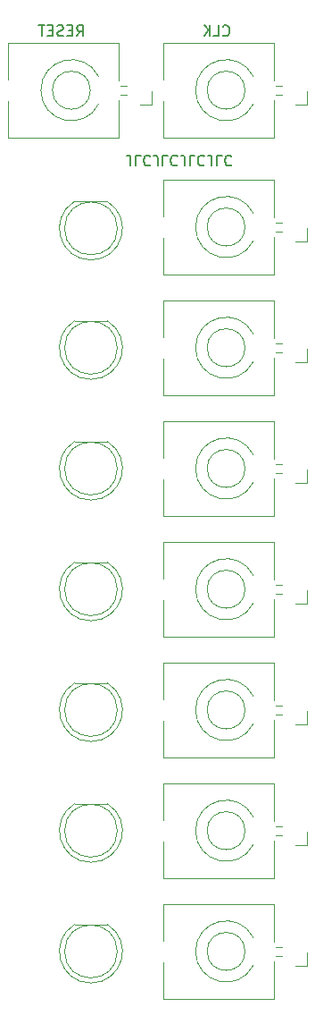
<source format=gbo>
G04 #@! TF.GenerationSoftware,KiCad,Pcbnew,(5.1.10)-1*
G04 #@! TF.CreationDate,2021-11-26T00:00:13+01:00*
G04 #@! TF.ProjectId,clockdiv,636c6f63-6b64-4697-962e-6b696361645f,rev?*
G04 #@! TF.SameCoordinates,Original*
G04 #@! TF.FileFunction,Legend,Bot*
G04 #@! TF.FilePolarity,Positive*
%FSLAX46Y46*%
G04 Gerber Fmt 4.6, Leading zero omitted, Abs format (unit mm)*
G04 Created by KiCad (PCBNEW (5.1.10)-1) date 2021-11-26 00:00:13*
%MOMM*%
%LPD*%
G01*
G04 APERTURE LIST*
%ADD10C,0.150000*%
%ADD11C,0.120000*%
G04 APERTURE END LIST*
D10*
X120094952Y-90209619D02*
X120094952Y-89495333D01*
X120047333Y-89352476D01*
X119952095Y-89257238D01*
X119809238Y-89209619D01*
X119714000Y-89209619D01*
X121047333Y-89209619D02*
X120571142Y-89209619D01*
X120571142Y-90209619D01*
X121952095Y-89304857D02*
X121904476Y-89257238D01*
X121761619Y-89209619D01*
X121666380Y-89209619D01*
X121523523Y-89257238D01*
X121428285Y-89352476D01*
X121380666Y-89447714D01*
X121333047Y-89638190D01*
X121333047Y-89781047D01*
X121380666Y-89971523D01*
X121428285Y-90066761D01*
X121523523Y-90162000D01*
X121666380Y-90209619D01*
X121761619Y-90209619D01*
X121904476Y-90162000D01*
X121952095Y-90114380D01*
X122666380Y-90209619D02*
X122666380Y-89495333D01*
X122618761Y-89352476D01*
X122523523Y-89257238D01*
X122380666Y-89209619D01*
X122285428Y-89209619D01*
X123618761Y-89209619D02*
X123142571Y-89209619D01*
X123142571Y-90209619D01*
X124523523Y-89304857D02*
X124475904Y-89257238D01*
X124333047Y-89209619D01*
X124237809Y-89209619D01*
X124094952Y-89257238D01*
X123999714Y-89352476D01*
X123952095Y-89447714D01*
X123904476Y-89638190D01*
X123904476Y-89781047D01*
X123952095Y-89971523D01*
X123999714Y-90066761D01*
X124094952Y-90162000D01*
X124237809Y-90209619D01*
X124333047Y-90209619D01*
X124475904Y-90162000D01*
X124523523Y-90114380D01*
X125237809Y-90209619D02*
X125237809Y-89495333D01*
X125190190Y-89352476D01*
X125094952Y-89257238D01*
X124952095Y-89209619D01*
X124856857Y-89209619D01*
X126190190Y-89209619D02*
X125714000Y-89209619D01*
X125714000Y-90209619D01*
X127094952Y-89304857D02*
X127047333Y-89257238D01*
X126904476Y-89209619D01*
X126809238Y-89209619D01*
X126666380Y-89257238D01*
X126571142Y-89352476D01*
X126523523Y-89447714D01*
X126475904Y-89638190D01*
X126475904Y-89781047D01*
X126523523Y-89971523D01*
X126571142Y-90066761D01*
X126666380Y-90162000D01*
X126809238Y-90209619D01*
X126904476Y-90209619D01*
X127047333Y-90162000D01*
X127094952Y-90114380D01*
X127809238Y-90209619D02*
X127809238Y-89495333D01*
X127761619Y-89352476D01*
X127666380Y-89257238D01*
X127523523Y-89209619D01*
X127428285Y-89209619D01*
X128761619Y-89209619D02*
X128285428Y-89209619D01*
X128285428Y-90209619D01*
X129666380Y-89304857D02*
X129618761Y-89257238D01*
X129475904Y-89209619D01*
X129380666Y-89209619D01*
X129237809Y-89257238D01*
X129142571Y-89352476D01*
X129094952Y-89447714D01*
X129047333Y-89638190D01*
X129047333Y-89781047D01*
X129094952Y-89971523D01*
X129142571Y-90066761D01*
X129237809Y-90162000D01*
X129380666Y-90209619D01*
X129475904Y-90209619D01*
X129618761Y-90162000D01*
X129666380Y-90114380D01*
D11*
G04 #@! TO.C,J2*
X118976000Y-87558000D02*
X108476000Y-87558000D01*
X118976000Y-78558000D02*
X108476000Y-78558000D01*
X108476000Y-78558000D02*
X108476000Y-82058000D01*
X108476000Y-84058000D02*
X108476000Y-87558000D01*
X118976000Y-78558000D02*
X118976000Y-82158000D01*
X118976000Y-83958000D02*
X118976000Y-87558000D01*
X116276000Y-83058000D02*
G75*
G03*
X116276000Y-83058000I-1800000J0D01*
G01*
X119756000Y-83478000D02*
X119156000Y-83478000D01*
X119756000Y-82638000D02*
X119156000Y-82638000D01*
X122136000Y-84458000D02*
X121036000Y-84458000D01*
X122136000Y-84458000D02*
X122136000Y-83138000D01*
X117064577Y-84354263D02*
G75*
G02*
X111581000Y-83058000I-2588577J1296263D01*
G01*
X117064577Y-81761737D02*
G75*
G03*
X111581000Y-83058000I-2588577J-1296263D01*
G01*
G04 #@! TO.C,J12*
X136816000Y-165992000D02*
X136816000Y-164672000D01*
X136816000Y-165992000D02*
X135716000Y-165992000D01*
X134436000Y-164172000D02*
X133836000Y-164172000D01*
X134436000Y-165012000D02*
X133836000Y-165012000D01*
X130956000Y-164592000D02*
G75*
G03*
X130956000Y-164592000I-1800000J0D01*
G01*
X133656000Y-165492000D02*
X133656000Y-169092000D01*
X133656000Y-160092000D02*
X133656000Y-163692000D01*
X123156000Y-165592000D02*
X123156000Y-169092000D01*
X123156000Y-160092000D02*
X123156000Y-163592000D01*
X133656000Y-160092000D02*
X123156000Y-160092000D01*
X133656000Y-169092000D02*
X123156000Y-169092000D01*
X131744577Y-165888263D02*
G75*
G02*
X126261000Y-164592000I-2588577J1296263D01*
G01*
X131744577Y-163295737D02*
G75*
G03*
X126261000Y-164592000I-2588577J-1296263D01*
G01*
G04 #@! TO.C,D6*
X114787000Y-162032000D02*
X117877000Y-162032000D01*
X118832000Y-164592000D02*
G75*
G03*
X118832000Y-164592000I-2500000J0D01*
G01*
X116331538Y-167582000D02*
G75*
G03*
X117876830Y-162032000I462J2990000D01*
G01*
X116332462Y-167582000D02*
G75*
G02*
X114787170Y-162032000I-462J2990000D01*
G01*
G04 #@! TO.C,D12*
X118832000Y-153162000D02*
G75*
G03*
X118832000Y-153162000I-2500000J0D01*
G01*
X114787000Y-150602000D02*
X117877000Y-150602000D01*
X116331538Y-156152000D02*
G75*
G03*
X117876830Y-150602000I462J2990000D01*
G01*
X116332462Y-156152000D02*
G75*
G02*
X114787170Y-150602000I-462J2990000D01*
G01*
G04 #@! TO.C,D11*
X118832000Y-141732000D02*
G75*
G03*
X118832000Y-141732000I-2500000J0D01*
G01*
X114787000Y-139172000D02*
X117877000Y-139172000D01*
X116331538Y-144722000D02*
G75*
G03*
X117876830Y-139172000I462J2990000D01*
G01*
X116332462Y-144722000D02*
G75*
G02*
X114787170Y-139172000I-462J2990000D01*
G01*
G04 #@! TO.C,D10*
X118832000Y-130302000D02*
G75*
G03*
X118832000Y-130302000I-2500000J0D01*
G01*
X114787000Y-127742000D02*
X117877000Y-127742000D01*
X116331538Y-133292000D02*
G75*
G03*
X117876830Y-127742000I462J2990000D01*
G01*
X116332462Y-133292000D02*
G75*
G02*
X114787170Y-127742000I-462J2990000D01*
G01*
G04 #@! TO.C,D9*
X118832000Y-107442000D02*
G75*
G03*
X118832000Y-107442000I-2500000J0D01*
G01*
X114787000Y-104882000D02*
X117877000Y-104882000D01*
X116331538Y-110432000D02*
G75*
G03*
X117876830Y-104882000I462J2990000D01*
G01*
X116332462Y-110432000D02*
G75*
G02*
X114787170Y-104882000I-462J2990000D01*
G01*
G04 #@! TO.C,D8*
X118832000Y-118872000D02*
G75*
G03*
X118832000Y-118872000I-2500000J0D01*
G01*
X114787000Y-116312000D02*
X117877000Y-116312000D01*
X116331538Y-121862000D02*
G75*
G03*
X117876830Y-116312000I462J2990000D01*
G01*
X116332462Y-121862000D02*
G75*
G02*
X114787170Y-116312000I-462J2990000D01*
G01*
G04 #@! TO.C,D7*
X118832000Y-96139000D02*
G75*
G03*
X118832000Y-96139000I-2500000J0D01*
G01*
X114787000Y-93579000D02*
X117877000Y-93579000D01*
X116331538Y-99129000D02*
G75*
G03*
X117876830Y-93579000I462J2990000D01*
G01*
X116332462Y-99129000D02*
G75*
G02*
X114787170Y-93579000I-462J2990000D01*
G01*
G04 #@! TO.C,J9*
X133656000Y-157662000D02*
X123156000Y-157662000D01*
X133656000Y-148662000D02*
X123156000Y-148662000D01*
X123156000Y-148662000D02*
X123156000Y-152162000D01*
X123156000Y-154162000D02*
X123156000Y-157662000D01*
X133656000Y-148662000D02*
X133656000Y-152262000D01*
X133656000Y-154062000D02*
X133656000Y-157662000D01*
X130956000Y-153162000D02*
G75*
G03*
X130956000Y-153162000I-1800000J0D01*
G01*
X134436000Y-153582000D02*
X133836000Y-153582000D01*
X134436000Y-152742000D02*
X133836000Y-152742000D01*
X136816000Y-154562000D02*
X135716000Y-154562000D01*
X136816000Y-154562000D02*
X136816000Y-153242000D01*
X131744577Y-154458263D02*
G75*
G02*
X126261000Y-153162000I-2588577J1296263D01*
G01*
X131744577Y-151865737D02*
G75*
G03*
X126261000Y-153162000I-2588577J-1296263D01*
G01*
G04 #@! TO.C,J8*
X133656000Y-146232000D02*
X123156000Y-146232000D01*
X133656000Y-137232000D02*
X123156000Y-137232000D01*
X123156000Y-137232000D02*
X123156000Y-140732000D01*
X123156000Y-142732000D02*
X123156000Y-146232000D01*
X133656000Y-137232000D02*
X133656000Y-140832000D01*
X133656000Y-142632000D02*
X133656000Y-146232000D01*
X130956000Y-141732000D02*
G75*
G03*
X130956000Y-141732000I-1800000J0D01*
G01*
X134436000Y-142152000D02*
X133836000Y-142152000D01*
X134436000Y-141312000D02*
X133836000Y-141312000D01*
X136816000Y-143132000D02*
X135716000Y-143132000D01*
X136816000Y-143132000D02*
X136816000Y-141812000D01*
X131744577Y-143028263D02*
G75*
G02*
X126261000Y-141732000I-2588577J1296263D01*
G01*
X131744577Y-140435737D02*
G75*
G03*
X126261000Y-141732000I-2588577J-1296263D01*
G01*
G04 #@! TO.C,J7*
X133656000Y-134802000D02*
X123156000Y-134802000D01*
X133656000Y-125802000D02*
X123156000Y-125802000D01*
X123156000Y-125802000D02*
X123156000Y-129302000D01*
X123156000Y-131302000D02*
X123156000Y-134802000D01*
X133656000Y-125802000D02*
X133656000Y-129402000D01*
X133656000Y-131202000D02*
X133656000Y-134802000D01*
X130956000Y-130302000D02*
G75*
G03*
X130956000Y-130302000I-1800000J0D01*
G01*
X134436000Y-130722000D02*
X133836000Y-130722000D01*
X134436000Y-129882000D02*
X133836000Y-129882000D01*
X136816000Y-131702000D02*
X135716000Y-131702000D01*
X136816000Y-131702000D02*
X136816000Y-130382000D01*
X131744577Y-131598263D02*
G75*
G02*
X126261000Y-130302000I-2588577J1296263D01*
G01*
X131744577Y-129005737D02*
G75*
G03*
X126261000Y-130302000I-2588577J-1296263D01*
G01*
G04 #@! TO.C,J6*
X133656000Y-111942000D02*
X123156000Y-111942000D01*
X133656000Y-102942000D02*
X123156000Y-102942000D01*
X123156000Y-102942000D02*
X123156000Y-106442000D01*
X123156000Y-108442000D02*
X123156000Y-111942000D01*
X133656000Y-102942000D02*
X133656000Y-106542000D01*
X133656000Y-108342000D02*
X133656000Y-111942000D01*
X130956000Y-107442000D02*
G75*
G03*
X130956000Y-107442000I-1800000J0D01*
G01*
X134436000Y-107862000D02*
X133836000Y-107862000D01*
X134436000Y-107022000D02*
X133836000Y-107022000D01*
X136816000Y-108842000D02*
X135716000Y-108842000D01*
X136816000Y-108842000D02*
X136816000Y-107522000D01*
X131744577Y-108738263D02*
G75*
G02*
X126261000Y-107442000I-2588577J1296263D01*
G01*
X131744577Y-106145737D02*
G75*
G03*
X126261000Y-107442000I-2588577J-1296263D01*
G01*
G04 #@! TO.C,J5*
X133656000Y-123372000D02*
X123156000Y-123372000D01*
X133656000Y-114372000D02*
X123156000Y-114372000D01*
X123156000Y-114372000D02*
X123156000Y-117872000D01*
X123156000Y-119872000D02*
X123156000Y-123372000D01*
X133656000Y-114372000D02*
X133656000Y-117972000D01*
X133656000Y-119772000D02*
X133656000Y-123372000D01*
X130956000Y-118872000D02*
G75*
G03*
X130956000Y-118872000I-1800000J0D01*
G01*
X134436000Y-119292000D02*
X133836000Y-119292000D01*
X134436000Y-118452000D02*
X133836000Y-118452000D01*
X136816000Y-120272000D02*
X135716000Y-120272000D01*
X136816000Y-120272000D02*
X136816000Y-118952000D01*
X131744577Y-120168263D02*
G75*
G02*
X126261000Y-118872000I-2588577J1296263D01*
G01*
X131744577Y-117575737D02*
G75*
G03*
X126261000Y-118872000I-2588577J-1296263D01*
G01*
G04 #@! TO.C,J4*
X133656000Y-100512000D02*
X123156000Y-100512000D01*
X133656000Y-91512000D02*
X123156000Y-91512000D01*
X123156000Y-91512000D02*
X123156000Y-95012000D01*
X123156000Y-97012000D02*
X123156000Y-100512000D01*
X133656000Y-91512000D02*
X133656000Y-95112000D01*
X133656000Y-96912000D02*
X133656000Y-100512000D01*
X130956000Y-96012000D02*
G75*
G03*
X130956000Y-96012000I-1800000J0D01*
G01*
X134436000Y-96432000D02*
X133836000Y-96432000D01*
X134436000Y-95592000D02*
X133836000Y-95592000D01*
X136816000Y-97412000D02*
X135716000Y-97412000D01*
X136816000Y-97412000D02*
X136816000Y-96092000D01*
X131744577Y-97308263D02*
G75*
G02*
X126261000Y-96012000I-2588577J1296263D01*
G01*
X131744577Y-94715737D02*
G75*
G03*
X126261000Y-96012000I-2588577J-1296263D01*
G01*
G04 #@! TO.C,J1*
X133656000Y-87558000D02*
X123156000Y-87558000D01*
X133656000Y-78558000D02*
X123156000Y-78558000D01*
X123156000Y-78558000D02*
X123156000Y-82058000D01*
X123156000Y-84058000D02*
X123156000Y-87558000D01*
X133656000Y-78558000D02*
X133656000Y-82158000D01*
X133656000Y-83958000D02*
X133656000Y-87558000D01*
X130956000Y-83058000D02*
G75*
G03*
X130956000Y-83058000I-1800000J0D01*
G01*
X134436000Y-83478000D02*
X133836000Y-83478000D01*
X134436000Y-82638000D02*
X133836000Y-82638000D01*
X136816000Y-84458000D02*
X135716000Y-84458000D01*
X136816000Y-84458000D02*
X136816000Y-83138000D01*
X131744577Y-84354263D02*
G75*
G02*
X126261000Y-83058000I-2588577J1296263D01*
G01*
X131744577Y-81761737D02*
G75*
G03*
X126261000Y-83058000I-2588577J-1296263D01*
G01*
G04 #@! TO.C,J2*
D10*
X114990380Y-77922380D02*
X115323714Y-77446190D01*
X115561809Y-77922380D02*
X115561809Y-76922380D01*
X115180857Y-76922380D01*
X115085619Y-76970000D01*
X115038000Y-77017619D01*
X114990380Y-77112857D01*
X114990380Y-77255714D01*
X115038000Y-77350952D01*
X115085619Y-77398571D01*
X115180857Y-77446190D01*
X115561809Y-77446190D01*
X114561809Y-77398571D02*
X114228476Y-77398571D01*
X114085619Y-77922380D02*
X114561809Y-77922380D01*
X114561809Y-76922380D01*
X114085619Y-76922380D01*
X113704666Y-77874761D02*
X113561809Y-77922380D01*
X113323714Y-77922380D01*
X113228476Y-77874761D01*
X113180857Y-77827142D01*
X113133238Y-77731904D01*
X113133238Y-77636666D01*
X113180857Y-77541428D01*
X113228476Y-77493809D01*
X113323714Y-77446190D01*
X113514190Y-77398571D01*
X113609428Y-77350952D01*
X113657047Y-77303333D01*
X113704666Y-77208095D01*
X113704666Y-77112857D01*
X113657047Y-77017619D01*
X113609428Y-76970000D01*
X113514190Y-76922380D01*
X113276095Y-76922380D01*
X113133238Y-76970000D01*
X112704666Y-77398571D02*
X112371333Y-77398571D01*
X112228476Y-77922380D02*
X112704666Y-77922380D01*
X112704666Y-76922380D01*
X112228476Y-76922380D01*
X111942761Y-76922380D02*
X111371333Y-76922380D01*
X111657047Y-77922380D02*
X111657047Y-76922380D01*
G04 #@! TO.C,J1*
X128865238Y-77827142D02*
X128912857Y-77874761D01*
X129055714Y-77922380D01*
X129150952Y-77922380D01*
X129293809Y-77874761D01*
X129389047Y-77779523D01*
X129436666Y-77684285D01*
X129484285Y-77493809D01*
X129484285Y-77350952D01*
X129436666Y-77160476D01*
X129389047Y-77065238D01*
X129293809Y-76970000D01*
X129150952Y-76922380D01*
X129055714Y-76922380D01*
X128912857Y-76970000D01*
X128865238Y-77017619D01*
X127960476Y-77922380D02*
X128436666Y-77922380D01*
X128436666Y-76922380D01*
X127627142Y-77922380D02*
X127627142Y-76922380D01*
X127055714Y-77922380D02*
X127484285Y-77350952D01*
X127055714Y-76922380D02*
X127627142Y-77493809D01*
G04 #@! TD*
M02*

</source>
